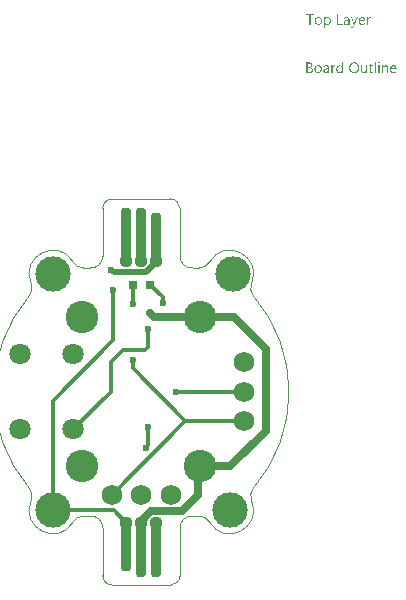
<source format=gtl>
G04*
G04 #@! TF.GenerationSoftware,Altium Limited,Altium Designer,21.9.2 (33)*
G04*
G04 Layer_Physical_Order=1*
G04 Layer_Color=255*
%FSAX25Y25*%
%MOIN*%
G70*
G04*
G04 #@! TF.SameCoordinates,068316DF-13B4-460B-9515-79FEAC0EB225*
G04*
G04*
G04 #@! TF.FilePolarity,Positive*
G04*
G01*
G75*
%ADD10C,0.00394*%
G04:AMPARAMS|DCode=12|XSize=35.43mil|YSize=188.98mil|CornerRadius=13.82mil|HoleSize=0mil|Usage=FLASHONLY|Rotation=0.000|XOffset=0mil|YOffset=0mil|HoleType=Round|Shape=RoundedRectangle|*
%AMROUNDEDRECTD12*
21,1,0.03543,0.16134,0,0,0.0*
21,1,0.00780,0.18898,0,0,0.0*
1,1,0.02764,0.00390,-0.08067*
1,1,0.02764,-0.00390,-0.08067*
1,1,0.02764,-0.00390,0.08067*
1,1,0.02764,0.00390,0.08067*
%
%ADD12ROUNDEDRECTD12*%
G04:AMPARAMS|DCode=13|XSize=35.43mil|YSize=169.29mil|CornerRadius=13.82mil|HoleSize=0mil|Usage=FLASHONLY|Rotation=0.000|XOffset=0mil|YOffset=0mil|HoleType=Round|Shape=RoundedRectangle|*
%AMROUNDEDRECTD13*
21,1,0.03543,0.14165,0,0,0.0*
21,1,0.00780,0.16929,0,0,0.0*
1,1,0.02764,0.00390,-0.07083*
1,1,0.02764,-0.00390,-0.07083*
1,1,0.02764,-0.00390,0.07083*
1,1,0.02764,0.00390,0.07083*
%
%ADD13ROUNDEDRECTD13*%
%ADD20C,0.04370*%
%ADD21R,0.03150X0.03150*%
%ADD22C,0.02756*%
%ADD23C,0.01181*%
%ADD24C,0.01968*%
%ADD25C,0.06890*%
%ADD26C,0.10827*%
%ADD27C,0.07087*%
%ADD28C,0.11811*%
%ADD29C,0.02362*%
G36*
X0062262Y0125005D02*
X0062305Y0124999D01*
X0062349Y0124992D01*
X0062460Y0124968D01*
X0062584Y0124931D01*
X0062708Y0124869D01*
X0062770Y0124831D01*
X0062831Y0124782D01*
X0062887Y0124732D01*
X0062943Y0124671D01*
X0062949Y0124664D01*
X0062955Y0124658D01*
X0062968Y0124633D01*
X0062986Y0124609D01*
X0063005Y0124578D01*
X0063029Y0124534D01*
X0063054Y0124485D01*
X0063079Y0124435D01*
X0063104Y0124373D01*
X0063129Y0124305D01*
X0063153Y0124231D01*
X0063172Y0124151D01*
X0063203Y0123971D01*
X0063215Y0123872D01*
Y0123767D01*
Y0123761D01*
Y0123742D01*
Y0123705D01*
X0063209Y0123662D01*
Y0123612D01*
X0063197Y0123550D01*
X0063191Y0123482D01*
X0063178Y0123408D01*
X0063141Y0123247D01*
X0063085Y0123080D01*
X0063048Y0122999D01*
X0063011Y0122919D01*
X0062962Y0122838D01*
X0062906Y0122764D01*
X0062900Y0122758D01*
X0062893Y0122746D01*
X0062875Y0122727D01*
X0062850Y0122708D01*
X0062819Y0122677D01*
X0062782Y0122646D01*
X0062739Y0122609D01*
X0062689Y0122578D01*
X0062633Y0122541D01*
X0062572Y0122504D01*
X0062423Y0122448D01*
X0062343Y0122424D01*
X0062262Y0122405D01*
X0062169Y0122393D01*
X0062070Y0122386D01*
X0062021D01*
X0061990Y0122393D01*
X0061946Y0122399D01*
X0061903Y0122411D01*
X0061791Y0122436D01*
X0061674Y0122485D01*
X0061606Y0122523D01*
X0061544Y0122560D01*
X0061482Y0122609D01*
X0061426Y0122665D01*
X0061364Y0122727D01*
X0061315Y0122801D01*
X0061303D01*
Y0121291D01*
X0060900D01*
Y0124955D01*
X0061303D01*
Y0124510D01*
X0061315D01*
X0061321Y0124516D01*
X0061327Y0124534D01*
X0061346Y0124559D01*
X0061371Y0124590D01*
X0061402Y0124627D01*
X0061439Y0124671D01*
X0061482Y0124714D01*
X0061538Y0124763D01*
X0061594Y0124807D01*
X0061655Y0124850D01*
X0061730Y0124893D01*
X0061804Y0124931D01*
X0061891Y0124968D01*
X0061983Y0124992D01*
X0062076Y0125005D01*
X0062182Y0125011D01*
X0062231D01*
X0062262Y0125005D01*
D02*
G37*
G36*
X0076375Y0124992D02*
X0076450Y0124986D01*
X0076493Y0124974D01*
X0076524Y0124961D01*
Y0124547D01*
X0076518Y0124553D01*
X0076505Y0124559D01*
X0076480Y0124572D01*
X0076450Y0124590D01*
X0076406Y0124602D01*
X0076350Y0124615D01*
X0076288Y0124621D01*
X0076220Y0124627D01*
X0076208D01*
X0076177Y0124621D01*
X0076128Y0124615D01*
X0076072Y0124596D01*
X0075998Y0124565D01*
X0075929Y0124522D01*
X0075855Y0124460D01*
X0075787Y0124380D01*
X0075781Y0124367D01*
X0075762Y0124336D01*
X0075731Y0124281D01*
X0075700Y0124206D01*
X0075669Y0124113D01*
X0075639Y0123996D01*
X0075620Y0123866D01*
X0075614Y0123717D01*
Y0122442D01*
X0075212D01*
Y0124955D01*
X0075614D01*
Y0124435D01*
X0075626D01*
Y0124442D01*
X0075632Y0124448D01*
X0075645Y0124479D01*
X0075663Y0124528D01*
X0075694Y0124590D01*
X0075725Y0124652D01*
X0075775Y0124720D01*
X0075824Y0124788D01*
X0075886Y0124850D01*
X0075892Y0124856D01*
X0075917Y0124875D01*
X0075954Y0124900D01*
X0076004Y0124924D01*
X0076060Y0124949D01*
X0076128Y0124974D01*
X0076202Y0124992D01*
X0076282Y0124999D01*
X0076338D01*
X0076375Y0124992D01*
D02*
G37*
G36*
X0070996Y0122040D02*
X0070990Y0122034D01*
X0070984Y0122009D01*
X0070965Y0121966D01*
X0070940Y0121916D01*
X0070909Y0121860D01*
X0070866Y0121792D01*
X0070823Y0121724D01*
X0070773Y0121650D01*
X0070711Y0121575D01*
X0070649Y0121507D01*
X0070575Y0121439D01*
X0070495Y0121384D01*
X0070414Y0121334D01*
X0070321Y0121291D01*
X0070228Y0121266D01*
X0070123Y0121260D01*
X0070068D01*
X0070030Y0121266D01*
X0069950Y0121278D01*
X0069863Y0121297D01*
Y0121656D01*
X0069870D01*
X0069888Y0121650D01*
X0069913Y0121644D01*
X0069944Y0121637D01*
X0070018Y0121619D01*
X0070099Y0121613D01*
X0070111D01*
X0070148Y0121619D01*
X0070204Y0121631D01*
X0070272Y0121656D01*
X0070346Y0121699D01*
X0070383Y0121730D01*
X0070420Y0121767D01*
X0070458Y0121805D01*
X0070495Y0121854D01*
X0070526Y0121910D01*
X0070557Y0121972D01*
X0070761Y0122442D01*
X0069777Y0124955D01*
X0070222D01*
X0070903Y0123018D01*
Y0123012D01*
X0070909Y0122999D01*
X0070916Y0122981D01*
X0070922Y0122956D01*
X0070928Y0122919D01*
X0070940Y0122882D01*
X0070953Y0122826D01*
X0070971D01*
Y0122838D01*
X0070984Y0122875D01*
X0070996Y0122931D01*
X0071021Y0123012D01*
X0071733Y0124955D01*
X0072147D01*
X0070996Y0122040D01*
D02*
G37*
G36*
X0068588Y0125005D02*
X0068644Y0124999D01*
X0068712Y0124980D01*
X0068786Y0124961D01*
X0068867Y0124931D01*
X0068953Y0124893D01*
X0069034Y0124844D01*
X0069114Y0124782D01*
X0069189Y0124708D01*
X0069257Y0124615D01*
X0069312Y0124510D01*
X0069356Y0124386D01*
X0069380Y0124243D01*
X0069393Y0124076D01*
Y0122442D01*
X0068990D01*
Y0122832D01*
X0068978D01*
Y0122826D01*
X0068966Y0122813D01*
X0068953Y0122789D01*
X0068929Y0122764D01*
X0068867Y0122690D01*
X0068786Y0122609D01*
X0068675Y0122529D01*
X0068545Y0122455D01*
X0068464Y0122430D01*
X0068384Y0122405D01*
X0068297Y0122393D01*
X0068204Y0122386D01*
X0068167D01*
X0068142Y0122393D01*
X0068074Y0122399D01*
X0067994Y0122411D01*
X0067895Y0122436D01*
X0067802Y0122467D01*
X0067703Y0122516D01*
X0067616Y0122578D01*
X0067610Y0122591D01*
X0067585Y0122616D01*
X0067548Y0122659D01*
X0067511Y0122721D01*
X0067474Y0122795D01*
X0067437Y0122882D01*
X0067412Y0122987D01*
X0067406Y0123105D01*
Y0123111D01*
Y0123135D01*
X0067412Y0123173D01*
X0067418Y0123216D01*
X0067431Y0123272D01*
X0067449Y0123334D01*
X0067474Y0123402D01*
X0067511Y0123470D01*
X0067554Y0123544D01*
X0067610Y0123618D01*
X0067678Y0123686D01*
X0067759Y0123748D01*
X0067852Y0123810D01*
X0067963Y0123860D01*
X0068087Y0123897D01*
X0068235Y0123928D01*
X0068990Y0124033D01*
Y0124039D01*
Y0124058D01*
X0068984Y0124095D01*
Y0124132D01*
X0068972Y0124181D01*
X0068966Y0124237D01*
X0068929Y0124355D01*
X0068898Y0124411D01*
X0068867Y0124466D01*
X0068823Y0124522D01*
X0068774Y0124572D01*
X0068712Y0124615D01*
X0068644Y0124646D01*
X0068563Y0124664D01*
X0068471Y0124671D01*
X0068427D01*
X0068396Y0124664D01*
X0068353D01*
X0068310Y0124652D01*
X0068198Y0124633D01*
X0068074Y0124596D01*
X0067938Y0124541D01*
X0067864Y0124503D01*
X0067796Y0124466D01*
X0067722Y0124417D01*
X0067654Y0124361D01*
Y0124776D01*
X0067660D01*
X0067672Y0124788D01*
X0067691Y0124801D01*
X0067722Y0124813D01*
X0067752Y0124831D01*
X0067796Y0124850D01*
X0067845Y0124869D01*
X0067901Y0124893D01*
X0068025Y0124937D01*
X0068173Y0124974D01*
X0068334Y0124999D01*
X0068508Y0125011D01*
X0068545D01*
X0068588Y0125005D01*
D02*
G37*
G36*
X0065697Y0122813D02*
X0067109D01*
Y0122442D01*
X0065283D01*
Y0125958D01*
X0065697D01*
Y0122813D01*
D02*
G37*
G36*
X0057459Y0125587D02*
X0056443D01*
Y0122442D01*
X0056035D01*
Y0125587D01*
X0055020D01*
Y0125958D01*
X0057459D01*
Y0125587D01*
D02*
G37*
G36*
X0073652Y0125005D02*
X0073695Y0124999D01*
X0073738Y0124992D01*
X0073850Y0124974D01*
X0073974Y0124931D01*
X0074097Y0124875D01*
X0074159Y0124838D01*
X0074221Y0124794D01*
X0074277Y0124745D01*
X0074332Y0124689D01*
X0074339Y0124683D01*
X0074345Y0124677D01*
X0074357Y0124658D01*
X0074376Y0124633D01*
X0074394Y0124596D01*
X0074419Y0124559D01*
X0074444Y0124516D01*
X0074469Y0124460D01*
X0074493Y0124398D01*
X0074518Y0124336D01*
X0074543Y0124262D01*
X0074562Y0124181D01*
X0074580Y0124095D01*
X0074593Y0124008D01*
X0074605Y0123909D01*
Y0123804D01*
Y0123593D01*
X0072828D01*
Y0123587D01*
Y0123575D01*
Y0123556D01*
X0072834Y0123525D01*
X0072841Y0123488D01*
Y0123451D01*
X0072859Y0123352D01*
X0072890Y0123253D01*
X0072927Y0123142D01*
X0072983Y0123036D01*
X0073051Y0122943D01*
X0073063Y0122931D01*
X0073088Y0122906D01*
X0073138Y0122875D01*
X0073206Y0122832D01*
X0073293Y0122789D01*
X0073392Y0122758D01*
X0073509Y0122733D01*
X0073645Y0122721D01*
X0073689D01*
X0073720Y0122727D01*
X0073757D01*
X0073800Y0122733D01*
X0073905Y0122758D01*
X0074023Y0122789D01*
X0074153Y0122838D01*
X0074289Y0122906D01*
X0074357Y0122950D01*
X0074425Y0122999D01*
Y0122622D01*
X0074419D01*
X0074413Y0122609D01*
X0074394Y0122603D01*
X0074363Y0122584D01*
X0074332Y0122566D01*
X0074295Y0122547D01*
X0074246Y0122529D01*
X0074196Y0122504D01*
X0074134Y0122479D01*
X0074066Y0122461D01*
X0073918Y0122424D01*
X0073744Y0122399D01*
X0073553Y0122386D01*
X0073503D01*
X0073466Y0122393D01*
X0073423Y0122399D01*
X0073367Y0122405D01*
X0073249Y0122430D01*
X0073113Y0122467D01*
X0072977Y0122529D01*
X0072909Y0122572D01*
X0072841Y0122616D01*
X0072779Y0122665D01*
X0072717Y0122727D01*
X0072711Y0122733D01*
X0072704Y0122746D01*
X0072692Y0122764D01*
X0072667Y0122789D01*
X0072649Y0122826D01*
X0072624Y0122869D01*
X0072593Y0122919D01*
X0072568Y0122975D01*
X0072537Y0123036D01*
X0072513Y0123111D01*
X0072482Y0123191D01*
X0072463Y0123278D01*
X0072444Y0123371D01*
X0072426Y0123470D01*
X0072420Y0123575D01*
X0072414Y0123686D01*
Y0123693D01*
Y0123711D01*
Y0123742D01*
X0072420Y0123785D01*
X0072426Y0123835D01*
X0072432Y0123891D01*
X0072438Y0123959D01*
X0072457Y0124027D01*
X0072494Y0124175D01*
X0072550Y0124336D01*
X0072587Y0124417D01*
X0072636Y0124491D01*
X0072686Y0124572D01*
X0072742Y0124640D01*
X0072748Y0124646D01*
X0072760Y0124658D01*
X0072779Y0124677D01*
X0072804Y0124695D01*
X0072834Y0124726D01*
X0072872Y0124757D01*
X0072921Y0124788D01*
X0072971Y0124825D01*
X0073088Y0124893D01*
X0073231Y0124955D01*
X0073311Y0124974D01*
X0073392Y0124992D01*
X0073478Y0125005D01*
X0073571Y0125011D01*
X0073621D01*
X0073652Y0125005D01*
D02*
G37*
G36*
X0059161D02*
X0059204Y0124999D01*
X0059260Y0124992D01*
X0059384Y0124968D01*
X0059526Y0124924D01*
X0059668Y0124862D01*
X0059743Y0124825D01*
X0059811Y0124782D01*
X0059879Y0124726D01*
X0059941Y0124664D01*
X0059947Y0124658D01*
X0059953Y0124646D01*
X0059972Y0124627D01*
X0059990Y0124602D01*
X0060015Y0124565D01*
X0060040Y0124522D01*
X0060071Y0124472D01*
X0060102Y0124417D01*
X0060126Y0124349D01*
X0060157Y0124281D01*
X0060182Y0124200D01*
X0060207Y0124113D01*
X0060225Y0124021D01*
X0060244Y0123922D01*
X0060250Y0123816D01*
X0060256Y0123705D01*
Y0123699D01*
Y0123680D01*
Y0123649D01*
X0060250Y0123606D01*
X0060244Y0123556D01*
X0060238Y0123494D01*
X0060225Y0123433D01*
X0060213Y0123358D01*
X0060176Y0123210D01*
X0060114Y0123049D01*
X0060077Y0122968D01*
X0060027Y0122888D01*
X0059978Y0122813D01*
X0059916Y0122746D01*
X0059910Y0122739D01*
X0059897Y0122733D01*
X0059879Y0122714D01*
X0059854Y0122690D01*
X0059817Y0122665D01*
X0059780Y0122634D01*
X0059730Y0122597D01*
X0059675Y0122566D01*
X0059613Y0122535D01*
X0059545Y0122498D01*
X0059470Y0122467D01*
X0059390Y0122442D01*
X0059303Y0122417D01*
X0059210Y0122405D01*
X0059111Y0122393D01*
X0059006Y0122386D01*
X0058950D01*
X0058913Y0122393D01*
X0058870Y0122399D01*
X0058814Y0122405D01*
X0058752Y0122417D01*
X0058684Y0122430D01*
X0058542Y0122473D01*
X0058393Y0122535D01*
X0058319Y0122572D01*
X0058251Y0122622D01*
X0058183Y0122671D01*
X0058115Y0122733D01*
X0058109Y0122739D01*
X0058102Y0122752D01*
X0058084Y0122770D01*
X0058065Y0122795D01*
X0058040Y0122832D01*
X0058009Y0122875D01*
X0057978Y0122925D01*
X0057954Y0122981D01*
X0057923Y0123049D01*
X0057892Y0123117D01*
X0057861Y0123191D01*
X0057836Y0123278D01*
X0057799Y0123463D01*
X0057793Y0123563D01*
X0057787Y0123668D01*
Y0123674D01*
Y0123699D01*
Y0123730D01*
X0057793Y0123773D01*
X0057799Y0123822D01*
X0057805Y0123884D01*
X0057818Y0123952D01*
X0057830Y0124027D01*
X0057867Y0124188D01*
X0057929Y0124349D01*
X0057972Y0124429D01*
X0058016Y0124510D01*
X0058065Y0124584D01*
X0058127Y0124652D01*
X0058133Y0124658D01*
X0058146Y0124671D01*
X0058164Y0124683D01*
X0058189Y0124708D01*
X0058226Y0124732D01*
X0058269Y0124763D01*
X0058319Y0124801D01*
X0058375Y0124831D01*
X0058437Y0124862D01*
X0058511Y0124900D01*
X0058585Y0124931D01*
X0058672Y0124955D01*
X0058758Y0124980D01*
X0058858Y0124999D01*
X0058963Y0125005D01*
X0059068Y0125011D01*
X0059124D01*
X0059161Y0125005D01*
D02*
G37*
G36*
X0079229Y0110019D02*
X0079254D01*
X0079309Y0109995D01*
X0079340Y0109976D01*
X0079371Y0109951D01*
X0079377Y0109945D01*
X0079383Y0109939D01*
X0079414Y0109902D01*
X0079439Y0109840D01*
X0079445Y0109803D01*
X0079452Y0109766D01*
Y0109759D01*
Y0109747D01*
X0079445Y0109729D01*
X0079439Y0109704D01*
X0079421Y0109642D01*
X0079396Y0109611D01*
X0079371Y0109580D01*
X0079365D01*
X0079359Y0109567D01*
X0079322Y0109543D01*
X0079266Y0109518D01*
X0079229Y0109512D01*
X0079192Y0109506D01*
X0079173D01*
X0079154Y0109512D01*
X0079130D01*
X0079068Y0109537D01*
X0079037Y0109549D01*
X0079006Y0109574D01*
Y0109580D01*
X0078994Y0109586D01*
X0078981Y0109605D01*
X0078969Y0109623D01*
X0078944Y0109685D01*
X0078938Y0109722D01*
X0078932Y0109766D01*
Y0109772D01*
Y0109784D01*
X0078938Y0109803D01*
X0078944Y0109834D01*
X0078963Y0109889D01*
X0078981Y0109920D01*
X0079006Y0109951D01*
X0079012Y0109958D01*
X0079018Y0109964D01*
X0079056Y0109988D01*
X0079117Y0110013D01*
X0079154Y0110026D01*
X0079210D01*
X0079229Y0110019D01*
D02*
G37*
G36*
X0067239Y0106355D02*
X0066836D01*
Y0106776D01*
X0066824D01*
Y0106770D01*
X0066812Y0106757D01*
X0066793Y0106732D01*
X0066774Y0106702D01*
X0066744Y0106664D01*
X0066706Y0106627D01*
X0066663Y0106584D01*
X0066614Y0106541D01*
X0066558Y0106491D01*
X0066490Y0106448D01*
X0066422Y0106411D01*
X0066341Y0106374D01*
X0066261Y0106343D01*
X0066168Y0106318D01*
X0066069Y0106305D01*
X0065964Y0106299D01*
X0065920D01*
X0065883Y0106305D01*
X0065846Y0106312D01*
X0065797Y0106318D01*
X0065691Y0106343D01*
X0065567Y0106380D01*
X0065444Y0106442D01*
X0065376Y0106479D01*
X0065320Y0106522D01*
X0065258Y0106578D01*
X0065202Y0106633D01*
Y0106640D01*
X0065190Y0106652D01*
X0065178Y0106671D01*
X0065159Y0106695D01*
X0065140Y0106726D01*
X0065116Y0106770D01*
X0065091Y0106819D01*
X0065066Y0106875D01*
X0065035Y0106937D01*
X0065010Y0107005D01*
X0064986Y0107079D01*
X0064967Y0107160D01*
X0064948Y0107246D01*
X0064936Y0107345D01*
X0064930Y0107444D01*
X0064924Y0107550D01*
Y0107556D01*
Y0107574D01*
Y0107612D01*
X0064930Y0107655D01*
X0064936Y0107704D01*
X0064942Y0107766D01*
X0064948Y0107834D01*
X0064961Y0107909D01*
X0064998Y0108070D01*
X0065054Y0108237D01*
X0065091Y0108317D01*
X0065134Y0108398D01*
X0065178Y0108472D01*
X0065233Y0108546D01*
X0065239Y0108552D01*
X0065246Y0108565D01*
X0065264Y0108583D01*
X0065289Y0108608D01*
X0065320Y0108633D01*
X0065363Y0108664D01*
X0065407Y0108701D01*
X0065456Y0108738D01*
X0065580Y0108806D01*
X0065722Y0108868D01*
X0065803Y0108887D01*
X0065889Y0108905D01*
X0065976Y0108918D01*
X0066075Y0108924D01*
X0066124D01*
X0066162Y0108918D01*
X0066199Y0108911D01*
X0066248Y0108905D01*
X0066360Y0108874D01*
X0066484Y0108825D01*
X0066545Y0108794D01*
X0066607Y0108750D01*
X0066669Y0108707D01*
X0066725Y0108651D01*
X0066774Y0108589D01*
X0066824Y0108515D01*
X0066836D01*
Y0110075D01*
X0067239D01*
Y0106355D01*
D02*
G37*
G36*
X0081507Y0108918D02*
X0081581Y0108911D01*
X0081674Y0108893D01*
X0081773Y0108862D01*
X0081878Y0108812D01*
X0081983Y0108744D01*
X0082027Y0108707D01*
X0082070Y0108658D01*
X0082082Y0108645D01*
X0082107Y0108608D01*
X0082138Y0108546D01*
X0082181Y0108459D01*
X0082219Y0108354D01*
X0082256Y0108224D01*
X0082280Y0108070D01*
X0082287Y0107890D01*
Y0106355D01*
X0081884D01*
Y0107785D01*
Y0107791D01*
Y0107822D01*
X0081878Y0107859D01*
Y0107909D01*
X0081866Y0107970D01*
X0081853Y0108039D01*
X0081835Y0108113D01*
X0081810Y0108187D01*
X0081779Y0108261D01*
X0081742Y0108329D01*
X0081692Y0108398D01*
X0081637Y0108459D01*
X0081575Y0108509D01*
X0081494Y0108546D01*
X0081408Y0108577D01*
X0081302Y0108583D01*
X0081290D01*
X0081253Y0108577D01*
X0081197Y0108571D01*
X0081129Y0108552D01*
X0081049Y0108528D01*
X0080962Y0108484D01*
X0080882Y0108429D01*
X0080801Y0108354D01*
X0080795Y0108342D01*
X0080770Y0108317D01*
X0080739Y0108268D01*
X0080702Y0108200D01*
X0080665Y0108119D01*
X0080634Y0108020D01*
X0080609Y0107909D01*
X0080603Y0107785D01*
Y0106355D01*
X0080201D01*
Y0108868D01*
X0080603D01*
Y0108447D01*
X0080615D01*
X0080621Y0108453D01*
X0080628Y0108466D01*
X0080646Y0108491D01*
X0080671Y0108521D01*
X0080696Y0108559D01*
X0080733Y0108596D01*
X0080776Y0108639D01*
X0080826Y0108689D01*
X0080882Y0108732D01*
X0080943Y0108775D01*
X0081011Y0108812D01*
X0081086Y0108850D01*
X0081160Y0108880D01*
X0081247Y0108905D01*
X0081340Y0108918D01*
X0081439Y0108924D01*
X0081476D01*
X0081507Y0108918D01*
D02*
G37*
G36*
X0064509Y0108905D02*
X0064583Y0108899D01*
X0064627Y0108887D01*
X0064657Y0108874D01*
Y0108459D01*
X0064651Y0108466D01*
X0064639Y0108472D01*
X0064614Y0108484D01*
X0064583Y0108503D01*
X0064540Y0108515D01*
X0064484Y0108528D01*
X0064422Y0108534D01*
X0064354Y0108540D01*
X0064342D01*
X0064311Y0108534D01*
X0064261Y0108528D01*
X0064206Y0108509D01*
X0064131Y0108478D01*
X0064063Y0108435D01*
X0063989Y0108373D01*
X0063921Y0108292D01*
X0063915Y0108280D01*
X0063896Y0108249D01*
X0063865Y0108193D01*
X0063834Y0108119D01*
X0063803Y0108026D01*
X0063772Y0107909D01*
X0063754Y0107779D01*
X0063748Y0107630D01*
Y0106355D01*
X0063345D01*
Y0108868D01*
X0063748D01*
Y0108348D01*
X0063760D01*
Y0108354D01*
X0063766Y0108361D01*
X0063779Y0108391D01*
X0063797Y0108441D01*
X0063828Y0108503D01*
X0063859Y0108565D01*
X0063908Y0108633D01*
X0063958Y0108701D01*
X0064020Y0108763D01*
X0064026Y0108769D01*
X0064051Y0108788D01*
X0064088Y0108812D01*
X0064138Y0108837D01*
X0064193Y0108862D01*
X0064261Y0108887D01*
X0064336Y0108905D01*
X0064416Y0108911D01*
X0064472D01*
X0064509Y0108905D01*
D02*
G37*
G36*
X0075249Y0106355D02*
X0074846D01*
Y0106751D01*
X0074834D01*
Y0106745D01*
X0074822Y0106732D01*
X0074809Y0106708D01*
X0074784Y0106683D01*
X0074729Y0106609D01*
X0074642Y0106528D01*
X0074593Y0106485D01*
X0074537Y0106442D01*
X0074475Y0106404D01*
X0074401Y0106367D01*
X0074326Y0106343D01*
X0074246Y0106318D01*
X0074153Y0106305D01*
X0074060Y0106299D01*
X0074023D01*
X0073980Y0106305D01*
X0073918Y0106318D01*
X0073850Y0106330D01*
X0073775Y0106355D01*
X0073695Y0106386D01*
X0073614Y0106435D01*
X0073528Y0106491D01*
X0073447Y0106559D01*
X0073373Y0106646D01*
X0073305Y0106751D01*
X0073243Y0106869D01*
X0073200Y0107011D01*
X0073175Y0107178D01*
X0073163Y0107265D01*
Y0107364D01*
Y0108868D01*
X0073559D01*
Y0107426D01*
Y0107420D01*
Y0107395D01*
X0073565Y0107352D01*
X0073571Y0107302D01*
X0073577Y0107240D01*
X0073590Y0107178D01*
X0073608Y0107104D01*
X0073633Y0107030D01*
X0073670Y0106955D01*
X0073707Y0106887D01*
X0073757Y0106819D01*
X0073819Y0106757D01*
X0073887Y0106708D01*
X0073967Y0106671D01*
X0074066Y0106640D01*
X0074172Y0106633D01*
X0074184D01*
X0074221Y0106640D01*
X0074277Y0106646D01*
X0074339Y0106658D01*
X0074419Y0106689D01*
X0074500Y0106726D01*
X0074580Y0106776D01*
X0074654Y0106850D01*
X0074661Y0106862D01*
X0074685Y0106887D01*
X0074716Y0106937D01*
X0074753Y0107005D01*
X0074784Y0107085D01*
X0074815Y0107184D01*
X0074840Y0107296D01*
X0074846Y0107420D01*
Y0108868D01*
X0075249D01*
Y0106355D01*
D02*
G37*
G36*
X0079383D02*
X0078981D01*
Y0108868D01*
X0079383D01*
Y0106355D01*
D02*
G37*
G36*
X0078164D02*
X0077762D01*
Y0110075D01*
X0078164D01*
Y0106355D01*
D02*
G37*
G36*
X0061785Y0108918D02*
X0061841Y0108911D01*
X0061909Y0108893D01*
X0061983Y0108874D01*
X0062064Y0108843D01*
X0062151Y0108806D01*
X0062231Y0108757D01*
X0062312Y0108695D01*
X0062386Y0108621D01*
X0062454Y0108528D01*
X0062510Y0108422D01*
X0062553Y0108299D01*
X0062578Y0108156D01*
X0062590Y0107989D01*
Y0106355D01*
X0062188D01*
Y0106745D01*
X0062175D01*
Y0106739D01*
X0062163Y0106726D01*
X0062151Y0106702D01*
X0062126Y0106677D01*
X0062064Y0106603D01*
X0061983Y0106522D01*
X0061872Y0106442D01*
X0061742Y0106367D01*
X0061662Y0106343D01*
X0061581Y0106318D01*
X0061494Y0106305D01*
X0061402Y0106299D01*
X0061364D01*
X0061340Y0106305D01*
X0061272Y0106312D01*
X0061191Y0106324D01*
X0061092Y0106349D01*
X0060999Y0106380D01*
X0060900Y0106429D01*
X0060813Y0106491D01*
X0060807Y0106503D01*
X0060783Y0106528D01*
X0060745Y0106572D01*
X0060708Y0106633D01*
X0060671Y0106708D01*
X0060634Y0106794D01*
X0060609Y0106900D01*
X0060603Y0107017D01*
Y0107024D01*
Y0107048D01*
X0060609Y0107085D01*
X0060615Y0107129D01*
X0060628Y0107184D01*
X0060646Y0107246D01*
X0060671Y0107314D01*
X0060708Y0107383D01*
X0060752Y0107457D01*
X0060807Y0107531D01*
X0060875Y0107599D01*
X0060956Y0107661D01*
X0061049Y0107723D01*
X0061160Y0107772D01*
X0061284Y0107810D01*
X0061432Y0107841D01*
X0062188Y0107946D01*
Y0107952D01*
Y0107970D01*
X0062182Y0108008D01*
Y0108045D01*
X0062169Y0108094D01*
X0062163Y0108150D01*
X0062126Y0108268D01*
X0062095Y0108323D01*
X0062064Y0108379D01*
X0062021Y0108435D01*
X0061971Y0108484D01*
X0061909Y0108528D01*
X0061841Y0108559D01*
X0061761Y0108577D01*
X0061668Y0108583D01*
X0061624D01*
X0061594Y0108577D01*
X0061550D01*
X0061507Y0108565D01*
X0061395Y0108546D01*
X0061272Y0108509D01*
X0061135Y0108453D01*
X0061061Y0108416D01*
X0060993Y0108379D01*
X0060919Y0108329D01*
X0060851Y0108274D01*
Y0108689D01*
X0060857D01*
X0060869Y0108701D01*
X0060888Y0108713D01*
X0060919Y0108726D01*
X0060950Y0108744D01*
X0060993Y0108763D01*
X0061043Y0108781D01*
X0061098Y0108806D01*
X0061222Y0108850D01*
X0061371Y0108887D01*
X0061532Y0108911D01*
X0061705Y0108924D01*
X0061742D01*
X0061785Y0108918D01*
D02*
G37*
G36*
X0056097Y0109865D02*
X0056140D01*
X0056183Y0109859D01*
X0056282Y0109846D01*
X0056400Y0109815D01*
X0056524Y0109778D01*
X0056642Y0109722D01*
X0056747Y0109648D01*
X0056753D01*
X0056759Y0109636D01*
X0056790Y0109611D01*
X0056833Y0109561D01*
X0056883Y0109493D01*
X0056926Y0109407D01*
X0056969Y0109308D01*
X0057000Y0109196D01*
X0057013Y0109134D01*
Y0109066D01*
Y0109060D01*
Y0109054D01*
Y0109017D01*
X0057007Y0108961D01*
X0056994Y0108893D01*
X0056976Y0108806D01*
X0056945Y0108720D01*
X0056908Y0108633D01*
X0056852Y0108546D01*
X0056846Y0108534D01*
X0056821Y0108509D01*
X0056784Y0108472D01*
X0056734Y0108422D01*
X0056672Y0108373D01*
X0056598Y0108317D01*
X0056505Y0108274D01*
X0056406Y0108230D01*
Y0108224D01*
X0056425D01*
X0056443Y0108218D01*
X0056462Y0108212D01*
X0056530Y0108200D01*
X0056611Y0108175D01*
X0056697Y0108138D01*
X0056790Y0108094D01*
X0056883Y0108032D01*
X0056969Y0107952D01*
X0056982Y0107940D01*
X0057007Y0107909D01*
X0057038Y0107865D01*
X0057081Y0107797D01*
X0057118Y0107711D01*
X0057155Y0107612D01*
X0057180Y0107494D01*
X0057186Y0107364D01*
Y0107358D01*
Y0107345D01*
Y0107321D01*
X0057180Y0107290D01*
X0057174Y0107253D01*
X0057168Y0107209D01*
X0057143Y0107104D01*
X0057106Y0106986D01*
X0057050Y0106862D01*
X0057013Y0106807D01*
X0056969Y0106745D01*
X0056914Y0106689D01*
X0056858Y0106633D01*
X0056852D01*
X0056846Y0106621D01*
X0056827Y0106609D01*
X0056802Y0106590D01*
X0056771Y0106572D01*
X0056728Y0106547D01*
X0056635Y0106497D01*
X0056518Y0106442D01*
X0056381Y0106398D01*
X0056221Y0106367D01*
X0056140Y0106361D01*
X0056047Y0106355D01*
X0055020D01*
Y0109871D01*
X0056066D01*
X0056097Y0109865D01*
D02*
G37*
G36*
X0076592Y0108868D02*
X0077229D01*
Y0108521D01*
X0076592D01*
Y0107104D01*
Y0107091D01*
Y0107061D01*
X0076598Y0107017D01*
X0076604Y0106962D01*
X0076629Y0106844D01*
X0076648Y0106788D01*
X0076679Y0106745D01*
X0076685Y0106739D01*
X0076697Y0106726D01*
X0076716Y0106714D01*
X0076747Y0106695D01*
X0076784Y0106671D01*
X0076833Y0106658D01*
X0076895Y0106646D01*
X0076963Y0106640D01*
X0076988D01*
X0077019Y0106646D01*
X0077056Y0106652D01*
X0077143Y0106677D01*
X0077186Y0106695D01*
X0077229Y0106720D01*
Y0106374D01*
X0077223D01*
X0077205Y0106361D01*
X0077174Y0106355D01*
X0077130Y0106343D01*
X0077075Y0106330D01*
X0077013Y0106318D01*
X0076938Y0106312D01*
X0076852Y0106305D01*
X0076821D01*
X0076790Y0106312D01*
X0076747Y0106318D01*
X0076697Y0106330D01*
X0076641Y0106343D01*
X0076586Y0106367D01*
X0076524Y0106398D01*
X0076462Y0106435D01*
X0076400Y0106485D01*
X0076344Y0106541D01*
X0076295Y0106615D01*
X0076251Y0106695D01*
X0076220Y0106794D01*
X0076196Y0106906D01*
X0076190Y0107036D01*
Y0108521D01*
X0075762D01*
Y0108868D01*
X0076190D01*
Y0109481D01*
X0076592Y0109611D01*
Y0108868D01*
D02*
G37*
G36*
X0084119Y0108918D02*
X0084162Y0108911D01*
X0084206Y0108905D01*
X0084317Y0108887D01*
X0084441Y0108843D01*
X0084565Y0108788D01*
X0084627Y0108750D01*
X0084688Y0108707D01*
X0084744Y0108658D01*
X0084800Y0108602D01*
X0084806Y0108596D01*
X0084812Y0108589D01*
X0084825Y0108571D01*
X0084843Y0108546D01*
X0084862Y0108509D01*
X0084886Y0108472D01*
X0084911Y0108429D01*
X0084936Y0108373D01*
X0084961Y0108311D01*
X0084986Y0108249D01*
X0085010Y0108175D01*
X0085029Y0108094D01*
X0085047Y0108008D01*
X0085060Y0107921D01*
X0085072Y0107822D01*
Y0107717D01*
Y0107506D01*
X0083296D01*
Y0107500D01*
Y0107488D01*
Y0107469D01*
X0083302Y0107438D01*
X0083308Y0107401D01*
Y0107364D01*
X0083327Y0107265D01*
X0083358Y0107166D01*
X0083395Y0107054D01*
X0083450Y0106949D01*
X0083518Y0106856D01*
X0083531Y0106844D01*
X0083556Y0106819D01*
X0083605Y0106788D01*
X0083673Y0106745D01*
X0083760Y0106702D01*
X0083859Y0106671D01*
X0083977Y0106646D01*
X0084113Y0106633D01*
X0084156D01*
X0084187Y0106640D01*
X0084224D01*
X0084267Y0106646D01*
X0084373Y0106671D01*
X0084490Y0106702D01*
X0084620Y0106751D01*
X0084756Y0106819D01*
X0084825Y0106862D01*
X0084893Y0106912D01*
Y0106534D01*
X0084886D01*
X0084880Y0106522D01*
X0084862Y0106516D01*
X0084831Y0106497D01*
X0084800Y0106479D01*
X0084763Y0106460D01*
X0084713Y0106442D01*
X0084664Y0106417D01*
X0084602Y0106392D01*
X0084534Y0106374D01*
X0084385Y0106336D01*
X0084212Y0106312D01*
X0084020Y0106299D01*
X0083970D01*
X0083933Y0106305D01*
X0083890Y0106312D01*
X0083834Y0106318D01*
X0083716Y0106343D01*
X0083580Y0106380D01*
X0083444Y0106442D01*
X0083376Y0106485D01*
X0083308Y0106528D01*
X0083246Y0106578D01*
X0083184Y0106640D01*
X0083178Y0106646D01*
X0083172Y0106658D01*
X0083159Y0106677D01*
X0083135Y0106702D01*
X0083116Y0106739D01*
X0083091Y0106782D01*
X0083060Y0106832D01*
X0083036Y0106887D01*
X0083005Y0106949D01*
X0082980Y0107024D01*
X0082949Y0107104D01*
X0082930Y0107191D01*
X0082912Y0107283D01*
X0082893Y0107383D01*
X0082887Y0107488D01*
X0082881Y0107599D01*
Y0107605D01*
Y0107624D01*
Y0107655D01*
X0082887Y0107698D01*
X0082893Y0107748D01*
X0082899Y0107803D01*
X0082906Y0107871D01*
X0082924Y0107940D01*
X0082961Y0108088D01*
X0083017Y0108249D01*
X0083054Y0108329D01*
X0083104Y0108404D01*
X0083153Y0108484D01*
X0083209Y0108552D01*
X0083215Y0108559D01*
X0083227Y0108571D01*
X0083246Y0108589D01*
X0083271Y0108608D01*
X0083302Y0108639D01*
X0083339Y0108670D01*
X0083389Y0108701D01*
X0083438Y0108738D01*
X0083556Y0108806D01*
X0083698Y0108868D01*
X0083778Y0108887D01*
X0083859Y0108905D01*
X0083946Y0108918D01*
X0084038Y0108924D01*
X0084088D01*
X0084119Y0108918D01*
D02*
G37*
G36*
X0071077Y0109927D02*
X0071139Y0109920D01*
X0071213Y0109908D01*
X0071293Y0109889D01*
X0071380Y0109871D01*
X0071466Y0109846D01*
X0071566Y0109815D01*
X0071658Y0109772D01*
X0071757Y0109722D01*
X0071856Y0109667D01*
X0071949Y0109599D01*
X0072042Y0109524D01*
X0072129Y0109438D01*
X0072135Y0109431D01*
X0072147Y0109413D01*
X0072172Y0109388D01*
X0072197Y0109351D01*
X0072234Y0109301D01*
X0072271Y0109239D01*
X0072308Y0109171D01*
X0072352Y0109097D01*
X0072395Y0109004D01*
X0072432Y0108911D01*
X0072469Y0108806D01*
X0072506Y0108689D01*
X0072531Y0108571D01*
X0072556Y0108441D01*
X0072568Y0108299D01*
X0072575Y0108156D01*
Y0108144D01*
Y0108119D01*
Y0108076D01*
X0072568Y0108014D01*
X0072562Y0107940D01*
X0072550Y0107859D01*
X0072537Y0107766D01*
X0072519Y0107661D01*
X0072494Y0107556D01*
X0072463Y0107444D01*
X0072426Y0107333D01*
X0072383Y0107221D01*
X0072327Y0107104D01*
X0072265Y0106999D01*
X0072197Y0106894D01*
X0072117Y0106794D01*
X0072110Y0106788D01*
X0072098Y0106776D01*
X0072067Y0106751D01*
X0072036Y0106720D01*
X0071987Y0106677D01*
X0071931Y0106640D01*
X0071869Y0106590D01*
X0071795Y0106547D01*
X0071714Y0106503D01*
X0071621Y0106454D01*
X0071522Y0106417D01*
X0071411Y0106380D01*
X0071293Y0106343D01*
X0071169Y0106318D01*
X0071039Y0106305D01*
X0070897Y0106299D01*
X0070866D01*
X0070823Y0106305D01*
X0070773D01*
X0070711Y0106312D01*
X0070637Y0106324D01*
X0070557Y0106343D01*
X0070464Y0106361D01*
X0070371Y0106386D01*
X0070272Y0106417D01*
X0070173Y0106460D01*
X0070074Y0106503D01*
X0069975Y0106559D01*
X0069876Y0106627D01*
X0069783Y0106702D01*
X0069696Y0106788D01*
X0069690Y0106794D01*
X0069678Y0106813D01*
X0069653Y0106838D01*
X0069628Y0106875D01*
X0069591Y0106924D01*
X0069554Y0106986D01*
X0069517Y0107054D01*
X0069473Y0107135D01*
X0069430Y0107221D01*
X0069393Y0107314D01*
X0069356Y0107420D01*
X0069319Y0107537D01*
X0069294Y0107655D01*
X0069269Y0107785D01*
X0069257Y0107927D01*
X0069251Y0108070D01*
Y0108082D01*
Y0108107D01*
X0069257Y0108150D01*
Y0108212D01*
X0069263Y0108280D01*
X0069275Y0108367D01*
X0069288Y0108459D01*
X0069306Y0108559D01*
X0069331Y0108664D01*
X0069362Y0108775D01*
X0069399Y0108887D01*
X0069442Y0108998D01*
X0069498Y0109109D01*
X0069560Y0109221D01*
X0069628Y0109326D01*
X0069709Y0109425D01*
X0069715Y0109431D01*
X0069727Y0109450D01*
X0069758Y0109475D01*
X0069795Y0109506D01*
X0069839Y0109543D01*
X0069894Y0109586D01*
X0069962Y0109629D01*
X0070037Y0109679D01*
X0070123Y0109729D01*
X0070216Y0109772D01*
X0070315Y0109815D01*
X0070427Y0109852D01*
X0070550Y0109883D01*
X0070680Y0109914D01*
X0070817Y0109927D01*
X0070959Y0109933D01*
X0071027D01*
X0071077Y0109927D01*
D02*
G37*
G36*
X0059049Y0108918D02*
X0059093Y0108911D01*
X0059148Y0108905D01*
X0059272Y0108880D01*
X0059415Y0108837D01*
X0059557Y0108775D01*
X0059631Y0108738D01*
X0059699Y0108695D01*
X0059767Y0108639D01*
X0059829Y0108577D01*
X0059835Y0108571D01*
X0059842Y0108559D01*
X0059860Y0108540D01*
X0059879Y0108515D01*
X0059904Y0108478D01*
X0059928Y0108435D01*
X0059959Y0108385D01*
X0059990Y0108329D01*
X0060015Y0108261D01*
X0060046Y0108193D01*
X0060071Y0108113D01*
X0060096Y0108026D01*
X0060114Y0107933D01*
X0060133Y0107834D01*
X0060139Y0107729D01*
X0060145Y0107618D01*
Y0107612D01*
Y0107593D01*
Y0107562D01*
X0060139Y0107519D01*
X0060133Y0107469D01*
X0060126Y0107407D01*
X0060114Y0107345D01*
X0060102Y0107271D01*
X0060065Y0107123D01*
X0060003Y0106962D01*
X0059965Y0106881D01*
X0059916Y0106801D01*
X0059866Y0106726D01*
X0059805Y0106658D01*
X0059798Y0106652D01*
X0059786Y0106646D01*
X0059767Y0106627D01*
X0059743Y0106603D01*
X0059706Y0106578D01*
X0059668Y0106547D01*
X0059619Y0106510D01*
X0059563Y0106479D01*
X0059501Y0106448D01*
X0059433Y0106411D01*
X0059359Y0106380D01*
X0059278Y0106355D01*
X0059192Y0106330D01*
X0059099Y0106318D01*
X0059000Y0106305D01*
X0058895Y0106299D01*
X0058839D01*
X0058802Y0106305D01*
X0058758Y0106312D01*
X0058703Y0106318D01*
X0058641Y0106330D01*
X0058573Y0106343D01*
X0058430Y0106386D01*
X0058282Y0106448D01*
X0058207Y0106485D01*
X0058139Y0106534D01*
X0058071Y0106584D01*
X0058003Y0106646D01*
X0057997Y0106652D01*
X0057991Y0106664D01*
X0057972Y0106683D01*
X0057954Y0106708D01*
X0057929Y0106745D01*
X0057898Y0106788D01*
X0057867Y0106838D01*
X0057842Y0106894D01*
X0057811Y0106962D01*
X0057780Y0107030D01*
X0057749Y0107104D01*
X0057725Y0107191D01*
X0057688Y0107376D01*
X0057681Y0107475D01*
X0057675Y0107580D01*
Y0107587D01*
Y0107612D01*
Y0107642D01*
X0057681Y0107686D01*
X0057688Y0107735D01*
X0057694Y0107797D01*
X0057706Y0107865D01*
X0057718Y0107940D01*
X0057756Y0108100D01*
X0057818Y0108261D01*
X0057861Y0108342D01*
X0057904Y0108422D01*
X0057954Y0108497D01*
X0058016Y0108565D01*
X0058022Y0108571D01*
X0058034Y0108583D01*
X0058053Y0108596D01*
X0058078Y0108621D01*
X0058115Y0108645D01*
X0058158Y0108676D01*
X0058207Y0108713D01*
X0058263Y0108744D01*
X0058325Y0108775D01*
X0058399Y0108812D01*
X0058474Y0108843D01*
X0058560Y0108868D01*
X0058647Y0108893D01*
X0058746Y0108911D01*
X0058851Y0108918D01*
X0058956Y0108924D01*
X0059012D01*
X0059049Y0108918D01*
D02*
G37*
%LPC*%
G36*
X0062082Y0124671D02*
X0062051D01*
X0062027Y0124664D01*
X0061959Y0124658D01*
X0061878Y0124640D01*
X0061791Y0124609D01*
X0061693Y0124565D01*
X0061600Y0124503D01*
X0061513Y0124423D01*
X0061507Y0124411D01*
X0061482Y0124380D01*
X0061445Y0124330D01*
X0061408Y0124256D01*
X0061371Y0124169D01*
X0061334Y0124064D01*
X0061309Y0123946D01*
X0061303Y0123816D01*
Y0123463D01*
Y0123457D01*
Y0123451D01*
X0061309Y0123414D01*
X0061315Y0123352D01*
X0061327Y0123284D01*
X0061352Y0123197D01*
X0061389Y0123111D01*
X0061439Y0123024D01*
X0061507Y0122937D01*
X0061519Y0122931D01*
X0061544Y0122906D01*
X0061587Y0122869D01*
X0061649Y0122832D01*
X0061724Y0122789D01*
X0061810Y0122758D01*
X0061909Y0122733D01*
X0062021Y0122721D01*
X0062058D01*
X0062082Y0122727D01*
X0062144Y0122733D01*
X0062231Y0122758D01*
X0062318Y0122789D01*
X0062417Y0122838D01*
X0062510Y0122906D01*
X0062553Y0122950D01*
X0062590Y0122999D01*
Y0123005D01*
X0062596Y0123012D01*
X0062609Y0123030D01*
X0062621Y0123049D01*
X0062640Y0123080D01*
X0062658Y0123117D01*
X0062695Y0123204D01*
X0062732Y0123315D01*
X0062770Y0123445D01*
X0062794Y0123600D01*
X0062801Y0123779D01*
Y0123785D01*
Y0123798D01*
Y0123816D01*
Y0123847D01*
X0062794Y0123884D01*
X0062788Y0123922D01*
X0062776Y0124014D01*
X0062751Y0124120D01*
X0062720Y0124231D01*
X0062670Y0124336D01*
X0062609Y0124429D01*
X0062602Y0124442D01*
X0062572Y0124466D01*
X0062528Y0124503D01*
X0062472Y0124553D01*
X0062398Y0124596D01*
X0062305Y0124633D01*
X0062200Y0124658D01*
X0062082Y0124671D01*
D02*
G37*
G36*
X0068990Y0123711D02*
X0068384Y0123624D01*
X0068371D01*
X0068341Y0123618D01*
X0068291Y0123606D01*
X0068229Y0123593D01*
X0068161Y0123575D01*
X0068087Y0123550D01*
X0068025Y0123525D01*
X0067963Y0123488D01*
X0067957Y0123482D01*
X0067938Y0123470D01*
X0067920Y0123445D01*
X0067895Y0123408D01*
X0067864Y0123358D01*
X0067845Y0123296D01*
X0067827Y0123222D01*
X0067821Y0123135D01*
Y0123129D01*
Y0123105D01*
X0067827Y0123073D01*
X0067839Y0123030D01*
X0067852Y0122981D01*
X0067876Y0122931D01*
X0067907Y0122882D01*
X0067951Y0122832D01*
X0067957Y0122826D01*
X0067975Y0122813D01*
X0068006Y0122795D01*
X0068043Y0122776D01*
X0068093Y0122758D01*
X0068155Y0122739D01*
X0068223Y0122727D01*
X0068303Y0122721D01*
X0068316D01*
X0068353Y0122727D01*
X0068409Y0122733D01*
X0068477Y0122746D01*
X0068551Y0122770D01*
X0068638Y0122807D01*
X0068718Y0122863D01*
X0068792Y0122931D01*
X0068799Y0122943D01*
X0068823Y0122968D01*
X0068854Y0123012D01*
X0068892Y0123073D01*
X0068929Y0123154D01*
X0068960Y0123241D01*
X0068984Y0123346D01*
X0068990Y0123457D01*
Y0123711D01*
D02*
G37*
G36*
X0073565Y0124671D02*
X0073515D01*
X0073466Y0124658D01*
X0073398Y0124646D01*
X0073324Y0124621D01*
X0073237Y0124584D01*
X0073156Y0124534D01*
X0073076Y0124466D01*
X0073070Y0124460D01*
X0073045Y0124429D01*
X0073014Y0124386D01*
X0072971Y0124324D01*
X0072927Y0124250D01*
X0072890Y0124157D01*
X0072859Y0124051D01*
X0072834Y0123934D01*
X0074190D01*
Y0123940D01*
Y0123952D01*
Y0123965D01*
Y0123990D01*
X0074184Y0124058D01*
X0074172Y0124132D01*
X0074147Y0124225D01*
X0074122Y0124311D01*
X0074079Y0124398D01*
X0074023Y0124479D01*
X0074017Y0124485D01*
X0073992Y0124510D01*
X0073955Y0124541D01*
X0073905Y0124578D01*
X0073837Y0124609D01*
X0073757Y0124640D01*
X0073670Y0124664D01*
X0073565Y0124671D01*
D02*
G37*
G36*
X0059037D02*
X0059000D01*
X0058975Y0124664D01*
X0058901Y0124658D01*
X0058814Y0124640D01*
X0058715Y0124609D01*
X0058610Y0124559D01*
X0058511Y0124491D01*
X0058461Y0124454D01*
X0058418Y0124404D01*
X0058406Y0124392D01*
X0058381Y0124355D01*
X0058350Y0124299D01*
X0058307Y0124219D01*
X0058263Y0124113D01*
X0058232Y0123990D01*
X0058207Y0123847D01*
X0058195Y0123680D01*
Y0123674D01*
Y0123662D01*
Y0123637D01*
X0058201Y0123606D01*
Y0123569D01*
X0058207Y0123525D01*
X0058226Y0123426D01*
X0058251Y0123315D01*
X0058294Y0123197D01*
X0058350Y0123080D01*
X0058424Y0122975D01*
X0058437Y0122962D01*
X0058468Y0122937D01*
X0058517Y0122894D01*
X0058585Y0122851D01*
X0058672Y0122801D01*
X0058777Y0122758D01*
X0058901Y0122733D01*
X0059037Y0122721D01*
X0059074D01*
X0059099Y0122727D01*
X0059173Y0122733D01*
X0059260Y0122752D01*
X0059353Y0122783D01*
X0059458Y0122826D01*
X0059551Y0122888D01*
X0059637Y0122968D01*
X0059644Y0122981D01*
X0059668Y0123018D01*
X0059706Y0123073D01*
X0059743Y0123154D01*
X0059780Y0123259D01*
X0059817Y0123383D01*
X0059842Y0123525D01*
X0059848Y0123693D01*
Y0123699D01*
Y0123711D01*
Y0123736D01*
Y0123773D01*
X0059842Y0123810D01*
X0059835Y0123854D01*
X0059823Y0123959D01*
X0059798Y0124076D01*
X0059761Y0124194D01*
X0059706Y0124311D01*
X0059637Y0124417D01*
X0059625Y0124429D01*
X0059600Y0124454D01*
X0059551Y0124497D01*
X0059483Y0124547D01*
X0059396Y0124590D01*
X0059297Y0124633D01*
X0059173Y0124658D01*
X0059037Y0124671D01*
D02*
G37*
G36*
X0066124Y0108583D02*
X0066087D01*
X0066063Y0108577D01*
X0065995Y0108571D01*
X0065914Y0108552D01*
X0065821Y0108515D01*
X0065722Y0108466D01*
X0065629Y0108404D01*
X0065586Y0108361D01*
X0065543Y0108311D01*
X0065536Y0108299D01*
X0065512Y0108261D01*
X0065475Y0108200D01*
X0065438Y0108119D01*
X0065400Y0108014D01*
X0065363Y0107884D01*
X0065338Y0107735D01*
X0065332Y0107568D01*
Y0107562D01*
Y0107550D01*
Y0107525D01*
X0065338Y0107494D01*
Y0107463D01*
X0065345Y0107420D01*
X0065357Y0107321D01*
X0065382Y0107209D01*
X0065419Y0107098D01*
X0065468Y0106986D01*
X0065536Y0106881D01*
X0065549Y0106869D01*
X0065574Y0106844D01*
X0065617Y0106801D01*
X0065679Y0106757D01*
X0065759Y0106714D01*
X0065852Y0106671D01*
X0065957Y0106646D01*
X0066081Y0106633D01*
X0066112D01*
X0066137Y0106640D01*
X0066199Y0106646D01*
X0066273Y0106664D01*
X0066360Y0106695D01*
X0066453Y0106732D01*
X0066539Y0106794D01*
X0066626Y0106875D01*
X0066632Y0106887D01*
X0066657Y0106918D01*
X0066694Y0106974D01*
X0066731Y0107042D01*
X0066768Y0107129D01*
X0066805Y0107234D01*
X0066830Y0107358D01*
X0066836Y0107488D01*
Y0107859D01*
Y0107865D01*
Y0107871D01*
Y0107909D01*
X0066824Y0107964D01*
X0066812Y0108039D01*
X0066787Y0108119D01*
X0066750Y0108206D01*
X0066700Y0108292D01*
X0066632Y0108373D01*
X0066626Y0108379D01*
X0066595Y0108404D01*
X0066552Y0108441D01*
X0066496Y0108478D01*
X0066422Y0108515D01*
X0066335Y0108552D01*
X0066236Y0108577D01*
X0066124Y0108583D01*
D02*
G37*
G36*
X0062188Y0107624D02*
X0061581Y0107537D01*
X0061569D01*
X0061538Y0107531D01*
X0061488Y0107519D01*
X0061426Y0107506D01*
X0061358Y0107488D01*
X0061284Y0107463D01*
X0061222Y0107438D01*
X0061160Y0107401D01*
X0061154Y0107395D01*
X0061135Y0107383D01*
X0061117Y0107358D01*
X0061092Y0107321D01*
X0061061Y0107271D01*
X0061043Y0107209D01*
X0061024Y0107135D01*
X0061018Y0107048D01*
Y0107042D01*
Y0107017D01*
X0061024Y0106986D01*
X0061036Y0106943D01*
X0061049Y0106894D01*
X0061073Y0106844D01*
X0061105Y0106794D01*
X0061148Y0106745D01*
X0061154Y0106739D01*
X0061173Y0106726D01*
X0061203Y0106708D01*
X0061241Y0106689D01*
X0061290Y0106671D01*
X0061352Y0106652D01*
X0061420Y0106640D01*
X0061501Y0106633D01*
X0061513D01*
X0061550Y0106640D01*
X0061606Y0106646D01*
X0061674Y0106658D01*
X0061748Y0106683D01*
X0061835Y0106720D01*
X0061915Y0106776D01*
X0061990Y0106844D01*
X0061996Y0106856D01*
X0062021Y0106881D01*
X0062051Y0106924D01*
X0062089Y0106986D01*
X0062126Y0107067D01*
X0062157Y0107153D01*
X0062182Y0107259D01*
X0062188Y0107370D01*
Y0107624D01*
D02*
G37*
G36*
X0055905Y0109500D02*
X0055434D01*
Y0108361D01*
X0055911D01*
X0055973Y0108367D01*
X0056047Y0108379D01*
X0056134Y0108398D01*
X0056227Y0108429D01*
X0056307Y0108466D01*
X0056388Y0108521D01*
X0056394Y0108528D01*
X0056419Y0108552D01*
X0056450Y0108589D01*
X0056487Y0108645D01*
X0056518Y0108707D01*
X0056549Y0108788D01*
X0056573Y0108880D01*
X0056580Y0108986D01*
Y0108992D01*
Y0109010D01*
X0056573Y0109035D01*
X0056567Y0109066D01*
X0056542Y0109147D01*
X0056524Y0109196D01*
X0056493Y0109246D01*
X0056462Y0109289D01*
X0056412Y0109338D01*
X0056363Y0109382D01*
X0056295Y0109419D01*
X0056221Y0109450D01*
X0056128Y0109475D01*
X0056023Y0109493D01*
X0055905Y0109500D01*
D02*
G37*
G36*
Y0107989D02*
X0055434D01*
Y0106726D01*
X0056053D01*
X0056115Y0106732D01*
X0056202Y0106745D01*
X0056289Y0106770D01*
X0056381Y0106794D01*
X0056474Y0106838D01*
X0056555Y0106894D01*
X0056561Y0106900D01*
X0056586Y0106924D01*
X0056617Y0106962D01*
X0056654Y0107017D01*
X0056691Y0107085D01*
X0056722Y0107166D01*
X0056747Y0107265D01*
X0056753Y0107370D01*
Y0107376D01*
Y0107395D01*
X0056747Y0107426D01*
X0056740Y0107469D01*
X0056728Y0107512D01*
X0056710Y0107568D01*
X0056685Y0107624D01*
X0056648Y0107680D01*
X0056604Y0107735D01*
X0056549Y0107791D01*
X0056480Y0107847D01*
X0056394Y0107890D01*
X0056301Y0107933D01*
X0056183Y0107964D01*
X0056053Y0107983D01*
X0055905Y0107989D01*
D02*
G37*
G36*
X0084032Y0108583D02*
X0083983D01*
X0083933Y0108571D01*
X0083865Y0108559D01*
X0083791Y0108534D01*
X0083704Y0108497D01*
X0083624Y0108447D01*
X0083543Y0108379D01*
X0083537Y0108373D01*
X0083512Y0108342D01*
X0083481Y0108299D01*
X0083438Y0108237D01*
X0083395Y0108162D01*
X0083358Y0108070D01*
X0083327Y0107964D01*
X0083302Y0107847D01*
X0084657D01*
Y0107853D01*
Y0107865D01*
Y0107878D01*
Y0107902D01*
X0084651Y0107970D01*
X0084639Y0108045D01*
X0084614Y0108138D01*
X0084589Y0108224D01*
X0084546Y0108311D01*
X0084490Y0108391D01*
X0084484Y0108398D01*
X0084459Y0108422D01*
X0084422Y0108453D01*
X0084373Y0108491D01*
X0084305Y0108521D01*
X0084224Y0108552D01*
X0084137Y0108577D01*
X0084032Y0108583D01*
D02*
G37*
G36*
X0070928Y0109555D02*
X0070872D01*
X0070835Y0109549D01*
X0070786Y0109543D01*
X0070736Y0109537D01*
X0070674Y0109524D01*
X0070606Y0109506D01*
X0070464Y0109456D01*
X0070389Y0109425D01*
X0070309Y0109388D01*
X0070235Y0109338D01*
X0070160Y0109283D01*
X0070092Y0109221D01*
X0070024Y0109153D01*
X0070018Y0109147D01*
X0070012Y0109134D01*
X0069993Y0109109D01*
X0069968Y0109079D01*
X0069944Y0109041D01*
X0069919Y0108992D01*
X0069888Y0108936D01*
X0069857Y0108874D01*
X0069820Y0108800D01*
X0069789Y0108726D01*
X0069764Y0108639D01*
X0069740Y0108546D01*
X0069715Y0108447D01*
X0069696Y0108336D01*
X0069690Y0108224D01*
X0069684Y0108107D01*
Y0108100D01*
Y0108076D01*
Y0108045D01*
X0069690Y0108001D01*
X0069696Y0107946D01*
X0069702Y0107878D01*
X0069715Y0107810D01*
X0069727Y0107735D01*
X0069764Y0107568D01*
X0069826Y0107389D01*
X0069863Y0107302D01*
X0069907Y0107221D01*
X0069962Y0107135D01*
X0070018Y0107061D01*
X0070024Y0107054D01*
X0070037Y0107042D01*
X0070055Y0107024D01*
X0070080Y0106999D01*
X0070111Y0106968D01*
X0070154Y0106937D01*
X0070204Y0106900D01*
X0070253Y0106862D01*
X0070315Y0106825D01*
X0070383Y0106788D01*
X0070532Y0106726D01*
X0070618Y0106702D01*
X0070705Y0106683D01*
X0070798Y0106671D01*
X0070897Y0106664D01*
X0070953D01*
X0070996Y0106671D01*
X0071039Y0106677D01*
X0071101Y0106683D01*
X0071163Y0106695D01*
X0071231Y0106714D01*
X0071374Y0106757D01*
X0071454Y0106788D01*
X0071528Y0106825D01*
X0071603Y0106869D01*
X0071677Y0106918D01*
X0071745Y0106974D01*
X0071813Y0107042D01*
X0071819Y0107048D01*
X0071825Y0107061D01*
X0071844Y0107079D01*
X0071863Y0107110D01*
X0071894Y0107153D01*
X0071918Y0107197D01*
X0071949Y0107253D01*
X0071980Y0107314D01*
X0072011Y0107389D01*
X0072042Y0107469D01*
X0072073Y0107556D01*
X0072098Y0107649D01*
X0072117Y0107748D01*
X0072135Y0107859D01*
X0072141Y0107977D01*
X0072147Y0108100D01*
Y0108107D01*
Y0108132D01*
Y0108169D01*
X0072141Y0108212D01*
X0072135Y0108274D01*
X0072129Y0108342D01*
X0072123Y0108416D01*
X0072104Y0108497D01*
X0072067Y0108664D01*
X0072011Y0108843D01*
X0071974Y0108930D01*
X0071931Y0109017D01*
X0071875Y0109097D01*
X0071819Y0109171D01*
X0071813Y0109178D01*
X0071807Y0109190D01*
X0071788Y0109209D01*
X0071757Y0109233D01*
X0071727Y0109258D01*
X0071689Y0109295D01*
X0071640Y0109326D01*
X0071590Y0109363D01*
X0071528Y0109400D01*
X0071460Y0109431D01*
X0071386Y0109468D01*
X0071306Y0109493D01*
X0071219Y0109518D01*
X0071132Y0109537D01*
X0071033Y0109549D01*
X0070928Y0109555D01*
D02*
G37*
G36*
X0058926Y0108583D02*
X0058888D01*
X0058864Y0108577D01*
X0058789Y0108571D01*
X0058703Y0108552D01*
X0058604Y0108521D01*
X0058499Y0108472D01*
X0058399Y0108404D01*
X0058350Y0108367D01*
X0058307Y0108317D01*
X0058294Y0108305D01*
X0058269Y0108268D01*
X0058239Y0108212D01*
X0058195Y0108132D01*
X0058152Y0108026D01*
X0058121Y0107902D01*
X0058096Y0107760D01*
X0058084Y0107593D01*
Y0107587D01*
Y0107574D01*
Y0107550D01*
X0058090Y0107519D01*
Y0107482D01*
X0058096Y0107438D01*
X0058115Y0107339D01*
X0058139Y0107228D01*
X0058183Y0107110D01*
X0058239Y0106992D01*
X0058313Y0106887D01*
X0058325Y0106875D01*
X0058356Y0106850D01*
X0058406Y0106807D01*
X0058474Y0106764D01*
X0058560Y0106714D01*
X0058666Y0106671D01*
X0058789Y0106646D01*
X0058926Y0106633D01*
X0058963D01*
X0058987Y0106640D01*
X0059062Y0106646D01*
X0059148Y0106664D01*
X0059241Y0106695D01*
X0059346Y0106739D01*
X0059439Y0106801D01*
X0059526Y0106881D01*
X0059532Y0106894D01*
X0059557Y0106931D01*
X0059594Y0106986D01*
X0059631Y0107067D01*
X0059668Y0107172D01*
X0059706Y0107296D01*
X0059730Y0107438D01*
X0059737Y0107605D01*
Y0107612D01*
Y0107624D01*
Y0107649D01*
Y0107686D01*
X0059730Y0107723D01*
X0059724Y0107766D01*
X0059712Y0107871D01*
X0059687Y0107989D01*
X0059650Y0108107D01*
X0059594Y0108224D01*
X0059526Y0108329D01*
X0059514Y0108342D01*
X0059489Y0108367D01*
X0059439Y0108410D01*
X0059371Y0108459D01*
X0059285Y0108503D01*
X0059186Y0108546D01*
X0059062Y0108571D01*
X0058926Y0108583D01*
D02*
G37*
%LPD*%
D10*
X-0009724Y0064370D02*
G03*
X-0012874Y0061221I-0000004J-0003145D01*
G01*
X0012874D02*
G03*
X0009724Y0064370I-0003145J0000004D01*
G01*
X-0017126Y0041351D02*
G03*
X-0012874Y0045276I0000315J0003924D01*
G01*
X0012874D02*
G03*
X0017124Y0041351I0003937J-0000000D01*
G01*
X-0022713Y0043316D02*
G03*
X-0019306Y0041351I0003407J0001973D01*
G01*
X0019307Y0041351D02*
G03*
X0022714Y0043315I-0000000J0003937D01*
G01*
X0036735Y0036198D02*
G03*
X0022714Y0043315I-0007208J0003170D01*
G01*
X-0022713Y0043316D02*
G03*
X-0036733Y0036195I-0006814J-0003945D01*
G01*
X0036735Y0036198D02*
G03*
X0037351Y0032049I0003604J-0001585D01*
G01*
X-0037348Y0032044D02*
G03*
X-0036733Y0036195I-0002988J0002563D01*
G01*
X-0037348Y0032044D02*
G03*
X-0037349Y-0032040I0037352J-0032043D01*
G01*
X0037350Y-0032048D02*
G03*
X0037351Y0032049I-0037346J0032049D01*
G01*
X-0036735Y-0036192D02*
G03*
X-0037349Y-0032040I-0003602J0001589D01*
G01*
X0037350Y-0032048D02*
G03*
X0036734Y-0036198I0002988J-0002564D01*
G01*
X-0036735Y-0036192D02*
G03*
X-0022717Y-0043316I0007204J-0003178D01*
G01*
X0022713Y-0043316D02*
G03*
X0036734Y-0036198I0006814J0003945D01*
G01*
X0022713Y-0043316D02*
G03*
X0019306Y-0041351I-0003407J-0001973D01*
G01*
X-0019310Y-0041351D02*
G03*
X-0022717Y-0043316I0000000J-0003937D01*
G01*
X0017125Y-0041351D02*
G03*
X0012874Y-0045276I-0000314J-0003924D01*
G01*
X-0012874D02*
G03*
X-0017127Y-0041351I-0003937J0000000D01*
G01*
X-0012874Y-0061221D02*
G03*
X-0009724Y-0064370I0003145J-0000004D01*
G01*
X0009724D02*
G03*
X0012874Y-0061221I0000004J0003145D01*
G01*
X-0009724Y0064370D02*
X0009724D01*
X0012874Y0045276D02*
Y0061221D01*
X-0012874Y0045276D02*
Y0061221D01*
X-0019306Y0041351D02*
X-0017126D01*
X0017124Y0041351D02*
X0019307D01*
X0017125Y-0041351D02*
X0019306D01*
X-0019310Y-0041351D02*
X-0017127D01*
X-0012874Y-0061221D02*
Y-0045276D01*
X0012874Y-0061221D02*
Y-0045276D01*
X-0009724Y-0064370D02*
X0009724D01*
D12*
X0000000Y0052165D02*
D03*
X-0005000D02*
D03*
X0000000Y-0052264D02*
D03*
X0005000D02*
D03*
D13*
Y0051181D02*
D03*
X-0005000Y-0051279D02*
D03*
D20*
Y0043504D02*
D03*
X0000000D02*
D03*
X0005000D02*
D03*
Y-0043602D02*
D03*
X0000000D02*
D03*
X-0005000D02*
D03*
D21*
X0002953Y0035728D02*
D03*
X-0002953D02*
D03*
D22*
X0002854Y0026496D02*
X0004331Y0025020D01*
X0019685D01*
X0029646Y-0024783D02*
X0041535Y-0012894D01*
X0019685Y-0024783D02*
X0029646D01*
X0018721Y-0025748D02*
X0019685Y-0024783D01*
X0041535Y-0012894D02*
Y0014370D01*
X0030886Y0025020D02*
X0041535Y0014370D01*
X0019685Y0025020D02*
X0030886D01*
X0018721Y-0034331D02*
Y-0025748D01*
X0013484Y-0039567D02*
X0018721Y-0034331D01*
X0007641Y-0039567D02*
X0013484D01*
X0007621Y-0039547D02*
X0007641Y-0039567D01*
X0003320Y-0039547D02*
X0007621D01*
X0000945Y-0041923D02*
X0003320Y-0039547D01*
X0000945Y-0042221D02*
Y-0041923D01*
X0000000Y-0043166D02*
X0000945Y-0042221D01*
X0000000Y-0043602D02*
Y-0043166D01*
D23*
X-0009350Y0017262D02*
Y0034055D01*
X-0029528Y-0002915D02*
X-0009350Y0017262D01*
X-0002953Y0035728D02*
X-0002866Y0035642D01*
Y0029276D02*
X-0002779Y0029190D01*
X-0002866Y0029276D02*
Y0035642D01*
X0002139Y0015033D02*
Y0020938D01*
X0001083Y0013976D02*
X0002139Y0015033D01*
X-0006272Y0013976D02*
X0001083D01*
X-0010287Y0009961D02*
X-0006272Y0013976D01*
X-0010287Y-0000031D02*
Y0009961D01*
X-0022638Y-0012382D02*
X-0010287Y-0000031D01*
X-0002913Y0007874D02*
X0014685Y-0009724D01*
X-0002953Y0010827D02*
X-0002913Y0010787D01*
Y0007874D02*
Y0010787D01*
X-0009843Y-0034252D02*
X0014685Y-0009724D01*
X0034370D01*
X-0029528Y-0039370D02*
Y-0002915D01*
X0011586Y0000118D02*
X0034370D01*
X0007134Y0029677D02*
Y0031547D01*
Y0029677D02*
X0007185Y0029626D01*
X0002953Y0035728D02*
X0007134Y0031547D01*
X0001381Y-0018446D02*
X0002047Y-0017780D01*
X0001381Y-0018766D02*
Y-0018446D01*
X0002047Y-0017780D02*
Y-0011811D01*
X-0009232Y-0039370D02*
X-0005000Y-0043602D01*
X-0029528Y-0039370D02*
X-0009232D01*
D24*
X-0009128Y0039843D02*
X0001517D01*
X-0010033Y0040748D02*
X-0009128Y0039843D01*
X-0010140Y0040748D02*
X-0010033D01*
X0001517Y0039843D02*
X0005000Y0043326D01*
Y0043504D01*
D25*
X0009843Y-0034252D02*
D03*
X0000000D02*
D03*
X-0009843D02*
D03*
X0034370Y0009961D02*
D03*
Y0000118D02*
D03*
Y-0009724D02*
D03*
D26*
X0019685Y0025020D02*
D03*
X-0019685D02*
D03*
Y-0024783D02*
D03*
X0019685D02*
D03*
D27*
X-0040354Y-0012382D02*
D03*
Y0012618D02*
D03*
X-0022638D02*
D03*
Y-0012382D02*
D03*
D28*
X-0029528Y0039370D02*
D03*
X0030413Y0039368D02*
D03*
X-0029528Y-0039370D02*
D03*
X0029528D02*
D03*
D29*
X0002854Y0026496D02*
D03*
X-0009350Y0034055D02*
D03*
X-0002779Y0029190D02*
D03*
X0002165Y0020965D02*
D03*
X-0002953Y0010827D02*
D03*
X0011586Y0000118D02*
D03*
X0007185Y0029626D02*
D03*
X-0010140Y0040748D02*
D03*
X0001381Y-0018766D02*
D03*
X0002047Y-0011811D02*
D03*
X0000000Y0054823D02*
D03*
Y-0054921D02*
D03*
M02*

</source>
